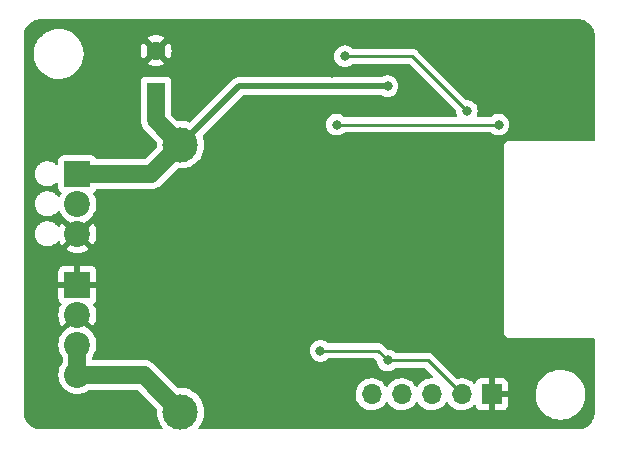
<source format=gbl>
%TF.GenerationSoftware,KiCad,Pcbnew,(6.0.1)*%
%TF.CreationDate,2022-11-28T18:30:33+03:00*%
%TF.ProjectId,WS2812Controller,57533238-3132-4436-9f6e-74726f6c6c65,0.6*%
%TF.SameCoordinates,PX81390e0PY53ec600*%
%TF.FileFunction,Copper,L2,Bot*%
%TF.FilePolarity,Positive*%
%FSLAX46Y46*%
G04 Gerber Fmt 4.6, Leading zero omitted, Abs format (unit mm)*
G04 Created by KiCad (PCBNEW (6.0.1)) date 2022-11-28 18:30:33*
%MOMM*%
%LPD*%
G01*
G04 APERTURE LIST*
%TA.AperFunction,ComponentPad*%
%ADD10R,2.200000X2.200000*%
%TD*%
%TA.AperFunction,ComponentPad*%
%ADD11C,2.200000*%
%TD*%
%TA.AperFunction,ComponentPad*%
%ADD12R,1.700000X1.700000*%
%TD*%
%TA.AperFunction,ComponentPad*%
%ADD13O,1.700000X1.700000*%
%TD*%
%TA.AperFunction,ComponentPad*%
%ADD14C,3.000000*%
%TD*%
%TA.AperFunction,ComponentPad*%
%ADD15R,1.600000X1.600000*%
%TD*%
%TA.AperFunction,ComponentPad*%
%ADD16C,1.600000*%
%TD*%
%TA.AperFunction,ViaPad*%
%ADD17C,0.800000*%
%TD*%
%TA.AperFunction,ViaPad*%
%ADD18C,0.550000*%
%TD*%
%TA.AperFunction,Conductor*%
%ADD19C,1.500000*%
%TD*%
%TA.AperFunction,Conductor*%
%ADD20C,0.500000*%
%TD*%
%TA.AperFunction,Conductor*%
%ADD21C,0.250000*%
%TD*%
G04 APERTURE END LIST*
D10*
%TO.P,J3,1,Pin_1*%
%TO.N,+5V*%
X-19676000Y4078400D03*
D11*
%TO.P,J3,2,Pin_2*%
%TO.N,Net-(J3-Pad2)*%
X-19676000Y1538400D03*
%TO.P,J3,3,Pin_3*%
%TO.N,GND*%
X-19676000Y-1001600D03*
%TD*%
D10*
%TO.P,J1,1,Pin_1*%
%TO.N,GND*%
X-19676000Y-5319600D03*
D11*
%TO.P,J1,2,Pin_2*%
X-19676000Y-7859600D03*
%TO.P,J1,3,Pin_3*%
%TO.N,/SUPPLY*%
X-19676000Y-10399600D03*
%TO.P,J1,4,Pin_4*%
X-19676000Y-12939600D03*
%TD*%
D12*
%TO.P,J2,1,Pin_1*%
%TO.N,GND*%
X15396320Y-14586460D03*
D13*
%TO.P,J2,2,Pin_2*%
%TO.N,GPIO0*%
X12856320Y-14586460D03*
%TO.P,J2,3,Pin_3*%
%TO.N,TX*%
X10316320Y-14586460D03*
%TO.P,J2,4,Pin_4*%
%TO.N,RX*%
X7776320Y-14586460D03*
%TO.P,J2,5,Pin_5*%
%TO.N,+3V3*%
X5236320Y-14586460D03*
%TD*%
D14*
%TO.P,F1,1*%
%TO.N,+5V*%
X-10950000Y6542000D03*
%TO.P,F1,2*%
%TO.N,/SUPPLY*%
X-10950000Y-16058000D03*
%TD*%
D15*
%TO.P,C3,1*%
%TO.N,+5V*%
X-13020000Y10997349D03*
D16*
%TO.P,C3,2*%
%TO.N,GND*%
X-13020000Y14497349D03*
%TD*%
D17*
%TO.N,+5V*%
X6587600Y11495200D03*
D18*
%TO.N,GND*%
X14550000Y10960000D03*
D17*
X1914000Y12612800D03*
D18*
X13860000Y-5350000D03*
X13720000Y2330000D03*
X22660000Y8670000D03*
X11390000Y-11210000D03*
X22980000Y15550000D03*
X6080000Y3270000D03*
D17*
X6435200Y9412400D03*
D18*
X9310000Y-990000D03*
D17*
%TO.N,GPIO0*%
X6587600Y-11720400D03*
X898000Y-10906380D03*
X6587600Y-11720400D03*
%TO.N,/RST*%
X15985600Y8244000D03*
X2269600Y8244000D03*
%TO.N,GPIO4*%
X2980800Y14035200D03*
X13293200Y9412400D03*
%TD*%
D19*
%TO.N,+5V*%
X-19676000Y4078400D02*
X-13413600Y4078400D01*
D20*
X-5996800Y11495200D02*
X-10950000Y6542000D01*
D19*
X-13020000Y8612000D02*
X-10950000Y6542000D01*
X-13413600Y4078400D02*
X-10950000Y6542000D01*
X-13020000Y10997349D02*
X-13020000Y8612000D01*
D20*
X6587600Y11495200D02*
X-5996800Y11495200D01*
D21*
%TO.N,GPIO0*%
X898000Y-10906380D02*
X5773580Y-10906380D01*
X5773580Y-10906380D02*
X6587600Y-11720400D01*
X6587600Y-11720400D02*
X9990260Y-11720400D01*
X9990260Y-11720400D02*
X12856320Y-14586460D01*
%TO.N,/RST*%
X2269600Y8244000D02*
X15985600Y8244000D01*
%TO.N,GPIO4*%
X8670400Y14035200D02*
X2980800Y14035200D01*
X13293200Y9412400D02*
X8670400Y14035200D01*
D19*
%TO.N,/SUPPLY*%
X-19676000Y-10399600D02*
X-19676000Y-12939600D01*
X-14068400Y-12939600D02*
X-10950000Y-16058000D01*
X-19676000Y-12939600D02*
X-14068400Y-12939600D01*
%TD*%
%TA.AperFunction,Conductor*%
%TO.N,GND*%
G36*
X22630056Y17193460D02*
G01*
X22632284Y17193113D01*
X22644859Y17191155D01*
X22644861Y17191155D01*
X22653730Y17189774D01*
X22662632Y17190938D01*
X22662634Y17190938D01*
X22668959Y17191765D01*
X22694282Y17192508D01*
X22858126Y17180790D01*
X22863343Y17180417D01*
X22881137Y17177859D01*
X23071540Y17136439D01*
X23088788Y17131374D01*
X23271358Y17063278D01*
X23287710Y17055811D01*
X23353020Y17020150D01*
X23458734Y16962426D01*
X23473848Y16952712D01*
X23583516Y16870616D01*
X23629842Y16835937D01*
X23643428Y16824164D01*
X23781204Y16686388D01*
X23792977Y16672802D01*
X23909752Y16516808D01*
X23919469Y16501689D01*
X24012851Y16330670D01*
X24020318Y16314318D01*
X24088414Y16131748D01*
X24093480Y16114498D01*
X24134899Y15924097D01*
X24137457Y15906302D01*
X24149041Y15744331D01*
X24148297Y15726427D01*
X24148195Y15718102D01*
X24146814Y15709230D01*
X24147978Y15700328D01*
X24147978Y15700325D01*
X24150936Y15677709D01*
X24152000Y15661371D01*
X24152000Y7005480D01*
X24131998Y6937359D01*
X24078342Y6890866D01*
X24026000Y6879480D01*
X16956962Y6879480D01*
X16956192Y6879482D01*
X16955338Y6879487D01*
X16878608Y6879956D01*
X16869979Y6877490D01*
X16869974Y6877489D01*
X16850212Y6871841D01*
X16833451Y6868263D01*
X16813108Y6865350D01*
X16813098Y6865347D01*
X16804215Y6864075D01*
X16780865Y6853459D01*
X16763353Y6847016D01*
X16750460Y6843331D01*
X16738695Y6839968D01*
X16713712Y6824206D01*
X16698646Y6816076D01*
X16671750Y6803847D01*
X16652321Y6787106D01*
X16637313Y6776001D01*
X16615629Y6762320D01*
X16609687Y6755592D01*
X16596079Y6740184D01*
X16583887Y6728140D01*
X16561513Y6708861D01*
X16556634Y6701333D01*
X16556631Y6701330D01*
X16547564Y6687341D01*
X16536274Y6672467D01*
X16519304Y6653252D01*
X16506750Y6626514D01*
X16498436Y6611545D01*
X16482367Y6586753D01*
X16479795Y6578153D01*
X16475021Y6562190D01*
X16468359Y6544744D01*
X16457461Y6521532D01*
X16456080Y6512659D01*
X16452918Y6492352D01*
X16449134Y6475631D01*
X16443246Y6455944D01*
X16443245Y6455941D01*
X16440673Y6447339D01*
X16440618Y6438364D01*
X16440618Y6438363D01*
X16440463Y6412934D01*
X16440430Y6412152D01*
X16440260Y6411057D01*
X16440260Y6380182D01*
X16440258Y6379412D01*
X16439784Y6301828D01*
X16440168Y6300484D01*
X16440260Y6299139D01*
X16440260Y-9304416D01*
X16440258Y-9305201D01*
X16439775Y-9382604D01*
X16442241Y-9391236D01*
X16442241Y-9391237D01*
X16447897Y-9411035D01*
X16451472Y-9427783D01*
X16455665Y-9457065D01*
X16459380Y-9465235D01*
X16466261Y-9480369D01*
X16472714Y-9497912D01*
X16479744Y-9522522D01*
X16484532Y-9530113D01*
X16495522Y-9547537D01*
X16503649Y-9562602D01*
X16515893Y-9589530D01*
X16521752Y-9596330D01*
X16521753Y-9596331D01*
X16532601Y-9608920D01*
X16543715Y-9623941D01*
X16557375Y-9645599D01*
X16579549Y-9665188D01*
X16591573Y-9677362D01*
X16610879Y-9699767D01*
X16632366Y-9713694D01*
X16647239Y-9724985D01*
X16666430Y-9741938D01*
X16693206Y-9754513D01*
X16708168Y-9762826D01*
X16732987Y-9778913D01*
X16741589Y-9781486D01*
X16741592Y-9781487D01*
X16757509Y-9786247D01*
X16774963Y-9792913D01*
X16798142Y-9803799D01*
X16807016Y-9805182D01*
X16827369Y-9808354D01*
X16844063Y-9812132D01*
X16872401Y-9820607D01*
X16881378Y-9820662D01*
X16884307Y-9820680D01*
X16906803Y-9820818D01*
X16907544Y-9820848D01*
X16908615Y-9821015D01*
X16935813Y-9821018D01*
X16939433Y-9821019D01*
X16940187Y-9821021D01*
X16949282Y-9821077D01*
X17017912Y-9821496D01*
X17019229Y-9821120D01*
X17020544Y-9821030D01*
X24026017Y-9821970D01*
X24094135Y-9841981D01*
X24140621Y-9895643D01*
X24152000Y-9947970D01*
X24152000Y-16020952D01*
X24150500Y-16040336D01*
X24146814Y-16064010D01*
X24147978Y-16072912D01*
X24147978Y-16072914D01*
X24148805Y-16079239D01*
X24149548Y-16104567D01*
X24137457Y-16273623D01*
X24134899Y-16291417D01*
X24093480Y-16481818D01*
X24088414Y-16499068D01*
X24020318Y-16681638D01*
X24012851Y-16697990D01*
X23919469Y-16869009D01*
X23909752Y-16884128D01*
X23900825Y-16896054D01*
X23792977Y-17040122D01*
X23781204Y-17053708D01*
X23643428Y-17191484D01*
X23629841Y-17203257D01*
X23473848Y-17320032D01*
X23458734Y-17329746D01*
X23408032Y-17357431D01*
X23287710Y-17423131D01*
X23271358Y-17430598D01*
X23088788Y-17498694D01*
X23071540Y-17503759D01*
X23038058Y-17511043D01*
X22881137Y-17545179D01*
X22863342Y-17547737D01*
X22814443Y-17551234D01*
X22701369Y-17559321D01*
X22683467Y-17558577D01*
X22675142Y-17558475D01*
X22666270Y-17557094D01*
X22657368Y-17558258D01*
X22657365Y-17558258D01*
X22634749Y-17561216D01*
X22618411Y-17562280D01*
X-9314380Y-17562280D01*
X-9382501Y-17542278D01*
X-9428994Y-17488622D01*
X-9439098Y-17418348D01*
X-9411880Y-17357762D01*
X-9412331Y-17357431D01*
X-9410786Y-17355328D01*
X-9410786Y-17355327D01*
X-9250205Y-17136723D01*
X-9222846Y-17086334D01*
X-9121582Y-16899830D01*
X-9121581Y-16899828D01*
X-9119532Y-16896054D01*
X-9054634Y-16724307D01*
X-9024249Y-16643895D01*
X-9024248Y-16643891D01*
X-9022731Y-16639877D01*
X-8986531Y-16481818D01*
X-8962551Y-16377117D01*
X-8962550Y-16377113D01*
X-8961593Y-16372933D01*
X-8949860Y-16241473D01*
X-8937469Y-16102627D01*
X-8937469Y-16102625D01*
X-8937249Y-16100161D01*
X-8936807Y-16058000D01*
X-8938246Y-16036892D01*
X-8955141Y-15789055D01*
X-8955142Y-15789049D01*
X-8955433Y-15784778D01*
X-8972349Y-15703092D01*
X-9001069Y-15564414D01*
X-9010968Y-15516612D01*
X-9102383Y-15258465D01*
X-9227987Y-15015112D01*
X-9385455Y-14791057D01*
X-9571875Y-14590445D01*
X-9575190Y-14587731D01*
X-9575194Y-14587728D01*
X-9729762Y-14461216D01*
X-9783795Y-14416990D01*
X-10017296Y-14273901D01*
X-10083298Y-14244928D01*
X-10264127Y-14165549D01*
X-10264131Y-14165548D01*
X-10268055Y-14163825D01*
X-10531434Y-14088800D01*
X-10535676Y-14088196D01*
X-10535682Y-14088195D01*
X-10736166Y-14059662D01*
X-10802557Y-14050213D01*
X-10946411Y-14049460D01*
X-11072123Y-14048802D01*
X-11072129Y-14048802D01*
X-11076409Y-14048780D01*
X-11080653Y-14049339D01*
X-11080657Y-14049339D01*
X-11105843Y-14052655D01*
X-11175992Y-14041716D01*
X-11211384Y-14016828D01*
X-13113875Y-12114337D01*
X-13124743Y-12101946D01*
X-13132408Y-12091956D01*
X-13138277Y-12084308D01*
X-13198574Y-12029442D01*
X-13202869Y-12025343D01*
X-13218810Y-12009402D01*
X-13220960Y-12007604D01*
X-13238823Y-11992668D01*
X-13242798Y-11989200D01*
X-13300288Y-11936888D01*
X-13300297Y-11936881D01*
X-13304436Y-11933115D01*
X-13319627Y-11923586D01*
X-13333493Y-11913511D01*
X-13342949Y-11905604D01*
X-13342959Y-11905597D01*
X-13347254Y-11902006D01*
X-13419648Y-11860713D01*
X-13424168Y-11858008D01*
X-13489996Y-11816714D01*
X-13489999Y-11816712D01*
X-13494744Y-11813736D01*
X-13499949Y-11811643D01*
X-13499952Y-11811642D01*
X-13511379Y-11807048D01*
X-13526811Y-11799588D01*
X-13537519Y-11793480D01*
X-13537528Y-11793476D01*
X-13542393Y-11790701D01*
X-13547670Y-11788832D01*
X-13547675Y-11788830D01*
X-13620942Y-11762885D01*
X-13625878Y-11761020D01*
X-13697984Y-11732034D01*
X-13703183Y-11729944D01*
X-13708670Y-11728808D01*
X-13708672Y-11728807D01*
X-13720749Y-11726306D01*
X-13737244Y-11721701D01*
X-13754159Y-11715711D01*
X-13836410Y-11702241D01*
X-13841580Y-11701283D01*
X-13923167Y-11684387D01*
X-13927779Y-11684121D01*
X-13927780Y-11684121D01*
X-13950948Y-11682785D01*
X-13964053Y-11681338D01*
X-13970310Y-11680314D01*
X-13970314Y-11680314D01*
X-13975857Y-11679406D01*
X-13981470Y-11679494D01*
X-13981472Y-11679494D01*
X-14082664Y-11681084D01*
X-14084643Y-11681100D01*
X-18291500Y-11681100D01*
X-18359621Y-11661098D01*
X-18406114Y-11607442D01*
X-18417500Y-11555100D01*
X-18417500Y-11449289D01*
X-18397498Y-11381168D01*
X-18387312Y-11367459D01*
X-18373882Y-11351734D01*
X-18370672Y-11347976D01*
X-18238384Y-11132102D01*
X-18234061Y-11121667D01*
X-18144887Y-10906380D01*
X-15504Y-10906380D01*
X-14814Y-10912945D01*
X3052Y-11082926D01*
X4458Y-11096308D01*
X63473Y-11277936D01*
X158960Y-11443324D01*
X286747Y-11585246D01*
X317297Y-11607442D01*
X416347Y-11679406D01*
X441248Y-11697498D01*
X447276Y-11700182D01*
X447278Y-11700183D01*
X548180Y-11745107D01*
X615712Y-11775174D01*
X709112Y-11795027D01*
X796056Y-11813508D01*
X796061Y-11813508D01*
X802513Y-11814880D01*
X993487Y-11814880D01*
X999939Y-11813508D01*
X999944Y-11813508D01*
X1086888Y-11795027D01*
X1180288Y-11775174D01*
X1247820Y-11745107D01*
X1348722Y-11700183D01*
X1348724Y-11700182D01*
X1354752Y-11697498D01*
X1379533Y-11679494D01*
X1487671Y-11600926D01*
X1509253Y-11585246D01*
X1513668Y-11580343D01*
X1518580Y-11575920D01*
X1519705Y-11577169D01*
X1573014Y-11544329D01*
X1606200Y-11539880D01*
X5458986Y-11539880D01*
X5527107Y-11559882D01*
X5548081Y-11576785D01*
X5640478Y-11669182D01*
X5674504Y-11731494D01*
X5676693Y-11745107D01*
X5692892Y-11899231D01*
X5694058Y-11910328D01*
X5753073Y-12091956D01*
X5848560Y-12257344D01*
X5976347Y-12399266D01*
X6027507Y-12436436D01*
X6125318Y-12507500D01*
X6130848Y-12511518D01*
X6136876Y-12514202D01*
X6136878Y-12514203D01*
X6299236Y-12586489D01*
X6305312Y-12589194D01*
X6398712Y-12609047D01*
X6485656Y-12627528D01*
X6485661Y-12627528D01*
X6492113Y-12628900D01*
X6683087Y-12628900D01*
X6689539Y-12627528D01*
X6689544Y-12627528D01*
X6776487Y-12609047D01*
X6869888Y-12589194D01*
X6875964Y-12586489D01*
X7038322Y-12514203D01*
X7038324Y-12514202D01*
X7044352Y-12511518D01*
X7049883Y-12507500D01*
X7177271Y-12414946D01*
X7198853Y-12399266D01*
X7203268Y-12394363D01*
X7208180Y-12389940D01*
X7209305Y-12391189D01*
X7262614Y-12358349D01*
X7295800Y-12353900D01*
X9675665Y-12353900D01*
X9743786Y-12373902D01*
X9764761Y-12390805D01*
X10386405Y-13012450D01*
X10420430Y-13074762D01*
X10415365Y-13145578D01*
X10372818Y-13202413D01*
X10306298Y-13227224D01*
X10295777Y-13227536D01*
X10247218Y-13226942D01*
X10226400Y-13226688D01*
X10226398Y-13226688D01*
X10221231Y-13226625D01*
X10000411Y-13260415D01*
X9788076Y-13329817D01*
X9757763Y-13345597D01*
X9669139Y-13391732D01*
X9589927Y-13432967D01*
X9585794Y-13436070D01*
X9585791Y-13436072D01*
X9502770Y-13498406D01*
X9411285Y-13567095D01*
X9256949Y-13728598D01*
X9149521Y-13886081D01*
X9094613Y-13931081D01*
X9024088Y-13939252D01*
X8960341Y-13907998D01*
X8939644Y-13883514D01*
X8859142Y-13759077D01*
X8859140Y-13759074D01*
X8856334Y-13754737D01*
X8705990Y-13589511D01*
X8701939Y-13586312D01*
X8701935Y-13586308D01*
X8534734Y-13454260D01*
X8534730Y-13454258D01*
X8530679Y-13451058D01*
X8515655Y-13442764D01*
X8478456Y-13422229D01*
X8335109Y-13343098D01*
X8330240Y-13341374D01*
X8330236Y-13341372D01*
X8129407Y-13270255D01*
X8129403Y-13270254D01*
X8124532Y-13268529D01*
X8119439Y-13267622D01*
X8119436Y-13267621D01*
X7909693Y-13230260D01*
X7909687Y-13230259D01*
X7904604Y-13229354D01*
X7830772Y-13228452D01*
X7686401Y-13226688D01*
X7686399Y-13226688D01*
X7681231Y-13226625D01*
X7460411Y-13260415D01*
X7248076Y-13329817D01*
X7217763Y-13345597D01*
X7129139Y-13391732D01*
X7049927Y-13432967D01*
X7045794Y-13436070D01*
X7045791Y-13436072D01*
X6962770Y-13498406D01*
X6871285Y-13567095D01*
X6716949Y-13728598D01*
X6609521Y-13886081D01*
X6554613Y-13931081D01*
X6484088Y-13939252D01*
X6420341Y-13907998D01*
X6399644Y-13883514D01*
X6319142Y-13759077D01*
X6319140Y-13759074D01*
X6316334Y-13754737D01*
X6165990Y-13589511D01*
X6161939Y-13586312D01*
X6161935Y-13586308D01*
X5994734Y-13454260D01*
X5994730Y-13454258D01*
X5990679Y-13451058D01*
X5975655Y-13442764D01*
X5938456Y-13422229D01*
X5795109Y-13343098D01*
X5790240Y-13341374D01*
X5790236Y-13341372D01*
X5589407Y-13270255D01*
X5589403Y-13270254D01*
X5584532Y-13268529D01*
X5579439Y-13267622D01*
X5579436Y-13267621D01*
X5369693Y-13230260D01*
X5369687Y-13230259D01*
X5364604Y-13229354D01*
X5290772Y-13228452D01*
X5146401Y-13226688D01*
X5146399Y-13226688D01*
X5141231Y-13226625D01*
X4920411Y-13260415D01*
X4708076Y-13329817D01*
X4677763Y-13345597D01*
X4589139Y-13391732D01*
X4509927Y-13432967D01*
X4505794Y-13436070D01*
X4505791Y-13436072D01*
X4422770Y-13498406D01*
X4331285Y-13567095D01*
X4176949Y-13728598D01*
X4051063Y-13913140D01*
X4004036Y-14014452D01*
X3969525Y-14088800D01*
X3957008Y-14115765D01*
X3897309Y-14331030D01*
X3873571Y-14553155D01*
X3886430Y-14776175D01*
X3887567Y-14781221D01*
X3887568Y-14781227D01*
X3901926Y-14844935D01*
X3935542Y-14994099D01*
X4019586Y-15201076D01*
X4057230Y-15262506D01*
X4133611Y-15387148D01*
X4136307Y-15391548D01*
X4282570Y-15560398D01*
X4454446Y-15703092D01*
X4647320Y-15815798D01*
X4652145Y-15817640D01*
X4652146Y-15817641D01*
X4711191Y-15840188D01*
X4856012Y-15895490D01*
X4861080Y-15896521D01*
X4861083Y-15896522D01*
X4968337Y-15918343D01*
X5074917Y-15940027D01*
X5080092Y-15940217D01*
X5080094Y-15940217D01*
X5292993Y-15948024D01*
X5292997Y-15948024D01*
X5298157Y-15948213D01*
X5303277Y-15947557D01*
X5303279Y-15947557D01*
X5514608Y-15920485D01*
X5514609Y-15920485D01*
X5519736Y-15919828D01*
X5524686Y-15918343D01*
X5728749Y-15857121D01*
X5728754Y-15857119D01*
X5733704Y-15855634D01*
X5934314Y-15757356D01*
X6116180Y-15627633D01*
X6274416Y-15469949D01*
X6333914Y-15387149D01*
X6404773Y-15288537D01*
X6406096Y-15289488D01*
X6452965Y-15246317D01*
X6522900Y-15234085D01*
X6588346Y-15261604D01*
X6616195Y-15293454D01*
X6676307Y-15391548D01*
X6822570Y-15560398D01*
X6994446Y-15703092D01*
X7187320Y-15815798D01*
X7192145Y-15817640D01*
X7192146Y-15817641D01*
X7251191Y-15840188D01*
X7396012Y-15895490D01*
X7401080Y-15896521D01*
X7401083Y-15896522D01*
X7508337Y-15918343D01*
X7614917Y-15940027D01*
X7620092Y-15940217D01*
X7620094Y-15940217D01*
X7832993Y-15948024D01*
X7832997Y-15948024D01*
X7838157Y-15948213D01*
X7843277Y-15947557D01*
X7843279Y-15947557D01*
X8054608Y-15920485D01*
X8054609Y-15920485D01*
X8059736Y-15919828D01*
X8064686Y-15918343D01*
X8268749Y-15857121D01*
X8268754Y-15857119D01*
X8273704Y-15855634D01*
X8474314Y-15757356D01*
X8656180Y-15627633D01*
X8814416Y-15469949D01*
X8873914Y-15387149D01*
X8944773Y-15288537D01*
X8946096Y-15289488D01*
X8992965Y-15246317D01*
X9062900Y-15234085D01*
X9128346Y-15261604D01*
X9156195Y-15293454D01*
X9216307Y-15391548D01*
X9362570Y-15560398D01*
X9534446Y-15703092D01*
X9727320Y-15815798D01*
X9732145Y-15817640D01*
X9732146Y-15817641D01*
X9791191Y-15840188D01*
X9936012Y-15895490D01*
X9941080Y-15896521D01*
X9941083Y-15896522D01*
X10048337Y-15918343D01*
X10154917Y-15940027D01*
X10160092Y-15940217D01*
X10160094Y-15940217D01*
X10372993Y-15948024D01*
X10372997Y-15948024D01*
X10378157Y-15948213D01*
X10383277Y-15947557D01*
X10383279Y-15947557D01*
X10594608Y-15920485D01*
X10594609Y-15920485D01*
X10599736Y-15919828D01*
X10604686Y-15918343D01*
X10808749Y-15857121D01*
X10808754Y-15857119D01*
X10813704Y-15855634D01*
X11014314Y-15757356D01*
X11196180Y-15627633D01*
X11354416Y-15469949D01*
X11413914Y-15387149D01*
X11484773Y-15288537D01*
X11486096Y-15289488D01*
X11532965Y-15246317D01*
X11602900Y-15234085D01*
X11668346Y-15261604D01*
X11696195Y-15293454D01*
X11756307Y-15391548D01*
X11902570Y-15560398D01*
X12074446Y-15703092D01*
X12267320Y-15815798D01*
X12272145Y-15817640D01*
X12272146Y-15817641D01*
X12331191Y-15840188D01*
X12476012Y-15895490D01*
X12481080Y-15896521D01*
X12481083Y-15896522D01*
X12588337Y-15918343D01*
X12694917Y-15940027D01*
X12700092Y-15940217D01*
X12700094Y-15940217D01*
X12912993Y-15948024D01*
X12912997Y-15948024D01*
X12918157Y-15948213D01*
X12923277Y-15947557D01*
X12923279Y-15947557D01*
X13134608Y-15920485D01*
X13134609Y-15920485D01*
X13139736Y-15919828D01*
X13144686Y-15918343D01*
X13348749Y-15857121D01*
X13348754Y-15857119D01*
X13353704Y-15855634D01*
X13554314Y-15757356D01*
X13736180Y-15627633D01*
X13792486Y-15571524D01*
X13844799Y-15519393D01*
X13907171Y-15485477D01*
X13977978Y-15490665D01*
X14034739Y-15533311D01*
X14051721Y-15564414D01*
X14092996Y-15674514D01*
X14101534Y-15690109D01*
X14178035Y-15792184D01*
X14190596Y-15804745D01*
X14292671Y-15881246D01*
X14308266Y-15889784D01*
X14428714Y-15934938D01*
X14443969Y-15938565D01*
X14494834Y-15944091D01*
X14501648Y-15944460D01*
X15124205Y-15944460D01*
X15139444Y-15939985D01*
X15140649Y-15938595D01*
X15142320Y-15930912D01*
X15142320Y-15926344D01*
X15650320Y-15926344D01*
X15654795Y-15941583D01*
X15656185Y-15942788D01*
X15663868Y-15944459D01*
X16290989Y-15944459D01*
X16297810Y-15944089D01*
X16348672Y-15938565D01*
X16363924Y-15934939D01*
X16484374Y-15889784D01*
X16499969Y-15881246D01*
X16602044Y-15804745D01*
X16614605Y-15792184D01*
X16691106Y-15690109D01*
X16699644Y-15674514D01*
X16744798Y-15554066D01*
X16748425Y-15538811D01*
X16753951Y-15487946D01*
X16754320Y-15481132D01*
X16754320Y-14858575D01*
X16749845Y-14843336D01*
X16748455Y-14842131D01*
X16740772Y-14840460D01*
X15668435Y-14840460D01*
X15653196Y-14844935D01*
X15651991Y-14846325D01*
X15650320Y-14854008D01*
X15650320Y-15926344D01*
X15142320Y-15926344D01*
X15142320Y-14748703D01*
X19108743Y-14748703D01*
X19146268Y-15033734D01*
X19222129Y-15311036D01*
X19223813Y-15314984D01*
X19330205Y-15564414D01*
X19334923Y-15575476D01*
X19367933Y-15630631D01*
X19479856Y-15817641D01*
X19482561Y-15822161D01*
X19662313Y-16046528D01*
X19870851Y-16244423D01*
X20104317Y-16412186D01*
X20108112Y-16414195D01*
X20108113Y-16414196D01*
X20129869Y-16425715D01*
X20358392Y-16546712D01*
X20628373Y-16645511D01*
X20909264Y-16706755D01*
X20937841Y-16709004D01*
X21132282Y-16724307D01*
X21132291Y-16724307D01*
X21134739Y-16724500D01*
X21290271Y-16724500D01*
X21292407Y-16724354D01*
X21292418Y-16724354D01*
X21500548Y-16710165D01*
X21500554Y-16710164D01*
X21504825Y-16709873D01*
X21509020Y-16709004D01*
X21509022Y-16709004D01*
X21689731Y-16671581D01*
X21786342Y-16651574D01*
X22057343Y-16555607D01*
X22312812Y-16423750D01*
X22316313Y-16421289D01*
X22316317Y-16421287D01*
X22468212Y-16314533D01*
X22548023Y-16258441D01*
X22715699Y-16102627D01*
X22755479Y-16065661D01*
X22755481Y-16065658D01*
X22758622Y-16062740D01*
X22940713Y-15840268D01*
X23090927Y-15595142D01*
X23124179Y-15519393D01*
X23204757Y-15335830D01*
X23206483Y-15331898D01*
X23285244Y-15055406D01*
X23325751Y-14770784D01*
X23325845Y-14752951D01*
X23327235Y-14487583D01*
X23327235Y-14487576D01*
X23327257Y-14483297D01*
X23289732Y-14198266D01*
X23213871Y-13920964D01*
X23142969Y-13754737D01*
X23102763Y-13660476D01*
X23102761Y-13660472D01*
X23101077Y-13656524D01*
X22997112Y-13482811D01*
X22955643Y-13413521D01*
X22955640Y-13413517D01*
X22953439Y-13409839D01*
X22773687Y-13185472D01*
X22565149Y-12987577D01*
X22331683Y-12819814D01*
X22309843Y-12808250D01*
X22286654Y-12795972D01*
X22077608Y-12685288D01*
X21807627Y-12586489D01*
X21526736Y-12525245D01*
X21495685Y-12522801D01*
X21303718Y-12507693D01*
X21303709Y-12507693D01*
X21301261Y-12507500D01*
X21145729Y-12507500D01*
X21143593Y-12507646D01*
X21143582Y-12507646D01*
X20935452Y-12521835D01*
X20935446Y-12521836D01*
X20931175Y-12522127D01*
X20926980Y-12522996D01*
X20926978Y-12522996D01*
X20790417Y-12551276D01*
X20649658Y-12580426D01*
X20378657Y-12676393D01*
X20123188Y-12808250D01*
X20119687Y-12810711D01*
X20119683Y-12810713D01*
X20109594Y-12817804D01*
X19887977Y-12973559D01*
X19677378Y-13169260D01*
X19495287Y-13391732D01*
X19345073Y-13636858D01*
X19343347Y-13640791D01*
X19343346Y-13640792D01*
X19323953Y-13684970D01*
X19229517Y-13900102D01*
X19228342Y-13904229D01*
X19228341Y-13904230D01*
X19196267Y-14016828D01*
X19150756Y-14176594D01*
X19110249Y-14461216D01*
X19110227Y-14465505D01*
X19110226Y-14465512D01*
X19109244Y-14653050D01*
X19108743Y-14748703D01*
X15142320Y-14748703D01*
X15142320Y-14314345D01*
X15650320Y-14314345D01*
X15654795Y-14329584D01*
X15656185Y-14330789D01*
X15663868Y-14332460D01*
X16736204Y-14332460D01*
X16751443Y-14327985D01*
X16752648Y-14326595D01*
X16754319Y-14318912D01*
X16754319Y-13691791D01*
X16753949Y-13684970D01*
X16748425Y-13634108D01*
X16744799Y-13618856D01*
X16699644Y-13498406D01*
X16691106Y-13482811D01*
X16614605Y-13380736D01*
X16602044Y-13368175D01*
X16499969Y-13291674D01*
X16484374Y-13283136D01*
X16363926Y-13237982D01*
X16348671Y-13234355D01*
X16297806Y-13228829D01*
X16290992Y-13228460D01*
X15668435Y-13228460D01*
X15653196Y-13232935D01*
X15651991Y-13234325D01*
X15650320Y-13242008D01*
X15650320Y-14314345D01*
X15142320Y-14314345D01*
X15142320Y-13246576D01*
X15137845Y-13231337D01*
X15136455Y-13230132D01*
X15128772Y-13228461D01*
X14501651Y-13228461D01*
X14494830Y-13228831D01*
X14443968Y-13234355D01*
X14428716Y-13237981D01*
X14308266Y-13283136D01*
X14292671Y-13291674D01*
X14190596Y-13368175D01*
X14178035Y-13380736D01*
X14101534Y-13482811D01*
X14092996Y-13498406D01*
X14051617Y-13608782D01*
X14008975Y-13665547D01*
X13942413Y-13690246D01*
X13873064Y-13675038D01*
X13840441Y-13649351D01*
X13789471Y-13593336D01*
X13789465Y-13593330D01*
X13785990Y-13589511D01*
X13781939Y-13586312D01*
X13781935Y-13586308D01*
X13614734Y-13454260D01*
X13614730Y-13454258D01*
X13610679Y-13451058D01*
X13595655Y-13442764D01*
X13558456Y-13422229D01*
X13415109Y-13343098D01*
X13410240Y-13341374D01*
X13410236Y-13341372D01*
X13209407Y-13270255D01*
X13209403Y-13270254D01*
X13204532Y-13268529D01*
X13199439Y-13267622D01*
X13199436Y-13267621D01*
X12989693Y-13230260D01*
X12989687Y-13230259D01*
X12984604Y-13229354D01*
X12910772Y-13228452D01*
X12766401Y-13226688D01*
X12766399Y-13226688D01*
X12761231Y-13226625D01*
X12540411Y-13260415D01*
X12527852Y-13264520D01*
X12456888Y-13266670D01*
X12399614Y-13233849D01*
X10493912Y-11328147D01*
X10486372Y-11319861D01*
X10482260Y-11313382D01*
X10432608Y-11266756D01*
X10429767Y-11264002D01*
X10410030Y-11244265D01*
X10406833Y-11241785D01*
X10397811Y-11234080D01*
X10371360Y-11209241D01*
X10365581Y-11203814D01*
X10358635Y-11199995D01*
X10358632Y-11199993D01*
X10347826Y-11194052D01*
X10331307Y-11183201D01*
X10330843Y-11182841D01*
X10315301Y-11170786D01*
X10308032Y-11167641D01*
X10308028Y-11167638D01*
X10274723Y-11153226D01*
X10264073Y-11148009D01*
X10225320Y-11126705D01*
X10205697Y-11121667D01*
X10186994Y-11115263D01*
X10175680Y-11110367D01*
X10175679Y-11110367D01*
X10168405Y-11107219D01*
X10160582Y-11105980D01*
X10160572Y-11105977D01*
X10124736Y-11100301D01*
X10113116Y-11097895D01*
X10077971Y-11088872D01*
X10077970Y-11088872D01*
X10070290Y-11086900D01*
X10050036Y-11086900D01*
X10030325Y-11085349D01*
X10018146Y-11083420D01*
X10010317Y-11082180D01*
X10002425Y-11082926D01*
X9966299Y-11086341D01*
X9954441Y-11086900D01*
X7295800Y-11086900D01*
X7227679Y-11066898D01*
X7208453Y-11050557D01*
X7208180Y-11050860D01*
X7203268Y-11046437D01*
X7198853Y-11041534D01*
X7044352Y-10929282D01*
X7038324Y-10926598D01*
X7038322Y-10926597D01*
X6875919Y-10854291D01*
X6875918Y-10854291D01*
X6869888Y-10851606D01*
X6776487Y-10831753D01*
X6689544Y-10813272D01*
X6689539Y-10813272D01*
X6683087Y-10811900D01*
X6627195Y-10811900D01*
X6559074Y-10791898D01*
X6538100Y-10774995D01*
X6277232Y-10514127D01*
X6269692Y-10505841D01*
X6265580Y-10499362D01*
X6215928Y-10452736D01*
X6213087Y-10449982D01*
X6193350Y-10430245D01*
X6190153Y-10427765D01*
X6181131Y-10420060D01*
X6154680Y-10395221D01*
X6148901Y-10389794D01*
X6141955Y-10385975D01*
X6141952Y-10385973D01*
X6131146Y-10380032D01*
X6114627Y-10369181D01*
X6108628Y-10364528D01*
X6098621Y-10356766D01*
X6091352Y-10353621D01*
X6091348Y-10353618D01*
X6058043Y-10339206D01*
X6047393Y-10333989D01*
X6008640Y-10312685D01*
X5989017Y-10307647D01*
X5970314Y-10301243D01*
X5959000Y-10296347D01*
X5958999Y-10296347D01*
X5951725Y-10293199D01*
X5943902Y-10291960D01*
X5943892Y-10291957D01*
X5908056Y-10286281D01*
X5896436Y-10283875D01*
X5861291Y-10274852D01*
X5861290Y-10274852D01*
X5853610Y-10272880D01*
X5833356Y-10272880D01*
X5813645Y-10271329D01*
X5801466Y-10269400D01*
X5793637Y-10268160D01*
X5785745Y-10268906D01*
X5749619Y-10272321D01*
X5737761Y-10272880D01*
X1606200Y-10272880D01*
X1538079Y-10252878D01*
X1518853Y-10236537D01*
X1518580Y-10236840D01*
X1513668Y-10232417D01*
X1509253Y-10227514D01*
X1354752Y-10115262D01*
X1348724Y-10112578D01*
X1348722Y-10112577D01*
X1186319Y-10040271D01*
X1186318Y-10040271D01*
X1180288Y-10037586D01*
X1086887Y-10017733D01*
X999944Y-9999252D01*
X999939Y-9999252D01*
X993487Y-9997880D01*
X802513Y-9997880D01*
X796061Y-9999252D01*
X796056Y-9999252D01*
X709112Y-10017733D01*
X615712Y-10037586D01*
X609682Y-10040271D01*
X609681Y-10040271D01*
X447278Y-10112577D01*
X447276Y-10112578D01*
X441248Y-10115262D01*
X286747Y-10227514D01*
X282326Y-10232424D01*
X282325Y-10232425D01*
X173203Y-10353618D01*
X158960Y-10369436D01*
X63473Y-10534824D01*
X4458Y-10716452D01*
X-15504Y-10906380D01*
X-18144887Y-10906380D01*
X-18143389Y-10902764D01*
X-18143388Y-10902762D01*
X-18141495Y-10898191D01*
X-18120779Y-10811900D01*
X-18083546Y-10656816D01*
X-18083545Y-10656810D01*
X-18082391Y-10652003D01*
X-18062526Y-10399600D01*
X-18082391Y-10147197D01*
X-18090057Y-10115262D01*
X-18140340Y-9905821D01*
X-18141495Y-9901009D01*
X-18143389Y-9896436D01*
X-18236489Y-9671672D01*
X-18236491Y-9671668D01*
X-18238384Y-9667098D01*
X-18370672Y-9451224D01*
X-18535102Y-9258702D01*
X-18727624Y-9094272D01*
X-18903224Y-8986664D01*
X-18926484Y-8968326D01*
X-19663188Y-8231622D01*
X-19677132Y-8224008D01*
X-19678965Y-8224139D01*
X-19685580Y-8228390D01*
X-20425516Y-8968326D01*
X-20448776Y-8986664D01*
X-20624376Y-9094272D01*
X-20816898Y-9258702D01*
X-20981328Y-9451224D01*
X-21113616Y-9667098D01*
X-21115509Y-9671668D01*
X-21115511Y-9671672D01*
X-21208611Y-9896436D01*
X-21210505Y-9901009D01*
X-21211660Y-9905821D01*
X-21261942Y-10115262D01*
X-21269609Y-10147197D01*
X-21289474Y-10399600D01*
X-21269609Y-10652003D01*
X-21268455Y-10656810D01*
X-21268454Y-10656816D01*
X-21231221Y-10811900D01*
X-21210505Y-10898191D01*
X-21208612Y-10902762D01*
X-21208611Y-10902764D01*
X-21117938Y-11121667D01*
X-21113616Y-11132102D01*
X-20981328Y-11347976D01*
X-20978118Y-11351734D01*
X-20964688Y-11367459D01*
X-20935658Y-11432249D01*
X-20934500Y-11449289D01*
X-20934500Y-11889911D01*
X-20954502Y-11958032D01*
X-20964688Y-11971741D01*
X-20981328Y-11991224D01*
X-21113616Y-12207098D01*
X-21115509Y-12211668D01*
X-21115511Y-12211672D01*
X-21193215Y-12399266D01*
X-21210505Y-12441009D01*
X-21211660Y-12445821D01*
X-21267487Y-12678359D01*
X-21269609Y-12687197D01*
X-21289474Y-12939600D01*
X-21269609Y-13192003D01*
X-21268455Y-13196810D01*
X-21268454Y-13196816D01*
X-21236909Y-13328210D01*
X-21210505Y-13438191D01*
X-21208612Y-13442762D01*
X-21208611Y-13442764D01*
X-21116331Y-13665547D01*
X-21113616Y-13672102D01*
X-20981328Y-13887976D01*
X-20816898Y-14080498D01*
X-20624376Y-14244928D01*
X-20408502Y-14377216D01*
X-20403932Y-14379109D01*
X-20403928Y-14379111D01*
X-20179164Y-14472211D01*
X-20174591Y-14474105D01*
X-20089968Y-14494421D01*
X-19933216Y-14532054D01*
X-19933210Y-14532055D01*
X-19928403Y-14533209D01*
X-19676000Y-14553074D01*
X-19423597Y-14533209D01*
X-19418790Y-14532055D01*
X-19418784Y-14532054D01*
X-19262032Y-14494421D01*
X-19177409Y-14474105D01*
X-19172836Y-14472211D01*
X-18948072Y-14379111D01*
X-18948068Y-14379109D01*
X-18943498Y-14377216D01*
X-18727624Y-14244928D01*
X-18708142Y-14228288D01*
X-18643351Y-14199258D01*
X-18626311Y-14198100D01*
X-14641877Y-14198100D01*
X-14573756Y-14218102D01*
X-14552782Y-14235005D01*
X-12988674Y-15799114D01*
X-12954648Y-15861426D01*
X-12952157Y-15898092D01*
X-12963083Y-16036918D01*
X-12947318Y-16310320D01*
X-12946493Y-16314525D01*
X-12946492Y-16314533D01*
X-12925547Y-16421287D01*
X-12894595Y-16579053D01*
X-12893208Y-16583103D01*
X-12893207Y-16583108D01*
X-12807277Y-16834088D01*
X-12805888Y-16838144D01*
X-12786388Y-16876916D01*
X-12700677Y-17047333D01*
X-12682840Y-17082799D01*
X-12680414Y-17086328D01*
X-12680411Y-17086334D01*
X-12603761Y-17197859D01*
X-12527726Y-17308490D01*
X-12524837Y-17311665D01*
X-12488608Y-17351480D01*
X-12457556Y-17415326D01*
X-12465950Y-17485824D01*
X-12511127Y-17540593D01*
X-12581801Y-17562280D01*
X-22691432Y-17562280D01*
X-22710817Y-17560780D01*
X-22711099Y-17560736D01*
X-22713643Y-17560340D01*
X-22725619Y-17558475D01*
X-22725621Y-17558475D01*
X-22734490Y-17557094D01*
X-22743392Y-17558258D01*
X-22743394Y-17558258D01*
X-22749719Y-17559085D01*
X-22775042Y-17559828D01*
X-22944103Y-17547737D01*
X-22961897Y-17545179D01*
X-23118818Y-17511043D01*
X-23152300Y-17503759D01*
X-23169548Y-17498694D01*
X-23352118Y-17430598D01*
X-23368470Y-17423131D01*
X-23488792Y-17357431D01*
X-23539494Y-17329746D01*
X-23554608Y-17320032D01*
X-23710601Y-17203257D01*
X-23724188Y-17191484D01*
X-23861964Y-17053708D01*
X-23873737Y-17040122D01*
X-23981585Y-16896054D01*
X-23990512Y-16884128D01*
X-24000229Y-16869009D01*
X-24093611Y-16697990D01*
X-24101078Y-16681638D01*
X-24169174Y-16499068D01*
X-24174240Y-16481818D01*
X-24215659Y-16291417D01*
X-24218217Y-16273622D01*
X-24229801Y-16111651D01*
X-24229057Y-16093747D01*
X-24228955Y-16085422D01*
X-24227574Y-16076550D01*
X-24228997Y-16065661D01*
X-24231696Y-16045029D01*
X-24232760Y-16028691D01*
X-24232760Y-7864530D01*
X-21288584Y-7864530D01*
X-21269502Y-8106990D01*
X-21267959Y-8116737D01*
X-21211183Y-8353224D01*
X-21208134Y-8362609D01*
X-21115064Y-8587300D01*
X-21110583Y-8596094D01*
X-20991287Y-8790767D01*
X-20980830Y-8800227D01*
X-20972054Y-8796444D01*
X-19765095Y-7589485D01*
X-19702783Y-7555459D01*
X-19631968Y-7560524D01*
X-19586905Y-7589485D01*
X-18382990Y-8793400D01*
X-18370610Y-8800160D01*
X-18362960Y-8794433D01*
X-18241417Y-8596094D01*
X-18236936Y-8587300D01*
X-18143866Y-8362609D01*
X-18140817Y-8353224D01*
X-18084041Y-8116737D01*
X-18082498Y-8106990D01*
X-18063416Y-7864530D01*
X-18063416Y-7854670D01*
X-18082498Y-7612210D01*
X-18084041Y-7602463D01*
X-18140817Y-7365976D01*
X-18143866Y-7356591D01*
X-18236936Y-7131900D01*
X-18241422Y-7123096D01*
X-18315577Y-7002087D01*
X-18334116Y-6933554D01*
X-18312660Y-6865877D01*
X-18283710Y-6835426D01*
X-18220276Y-6787885D01*
X-18207715Y-6775324D01*
X-18131214Y-6673249D01*
X-18122676Y-6657654D01*
X-18077522Y-6537206D01*
X-18073895Y-6521951D01*
X-18068369Y-6471086D01*
X-18068000Y-6464272D01*
X-18068000Y-5591715D01*
X-18072475Y-5576476D01*
X-18073865Y-5575271D01*
X-18081548Y-5573600D01*
X-21265884Y-5573600D01*
X-21281123Y-5578075D01*
X-21282328Y-5579465D01*
X-21283999Y-5587148D01*
X-21283999Y-6464269D01*
X-21283629Y-6471090D01*
X-21278105Y-6521952D01*
X-21274479Y-6537204D01*
X-21229324Y-6657654D01*
X-21220786Y-6673249D01*
X-21144285Y-6775324D01*
X-21131724Y-6787885D01*
X-21068290Y-6835426D01*
X-21025775Y-6892285D01*
X-21020749Y-6963103D01*
X-21036423Y-7002087D01*
X-21110578Y-7123096D01*
X-21115064Y-7131900D01*
X-21208134Y-7356591D01*
X-21211183Y-7365976D01*
X-21267959Y-7602463D01*
X-21269502Y-7612210D01*
X-21288584Y-7854670D01*
X-21288584Y-7864530D01*
X-24232760Y-7864530D01*
X-24232760Y-5047485D01*
X-21284000Y-5047485D01*
X-21279525Y-5062724D01*
X-21278135Y-5063929D01*
X-21270452Y-5065600D01*
X-19948115Y-5065600D01*
X-19932876Y-5061125D01*
X-19931671Y-5059735D01*
X-19930000Y-5052052D01*
X-19930000Y-5047485D01*
X-19422000Y-5047485D01*
X-19417525Y-5062724D01*
X-19416135Y-5063929D01*
X-19408452Y-5065600D01*
X-18086116Y-5065600D01*
X-18070877Y-5061125D01*
X-18069672Y-5059735D01*
X-18068001Y-5052052D01*
X-18068001Y-4174931D01*
X-18068371Y-4168110D01*
X-18073895Y-4117248D01*
X-18077521Y-4101996D01*
X-18122676Y-3981546D01*
X-18131214Y-3965951D01*
X-18207715Y-3863876D01*
X-18220276Y-3851315D01*
X-18322351Y-3774814D01*
X-18337946Y-3766276D01*
X-18458394Y-3721122D01*
X-18473649Y-3717495D01*
X-18524514Y-3711969D01*
X-18531328Y-3711600D01*
X-19403885Y-3711600D01*
X-19419124Y-3716075D01*
X-19420329Y-3717465D01*
X-19422000Y-3725148D01*
X-19422000Y-5047485D01*
X-19930000Y-5047485D01*
X-19930000Y-3729716D01*
X-19934475Y-3714477D01*
X-19935865Y-3713272D01*
X-19943548Y-3711601D01*
X-20820669Y-3711601D01*
X-20827490Y-3711971D01*
X-20878352Y-3717495D01*
X-20893604Y-3721121D01*
X-21014054Y-3766276D01*
X-21029649Y-3774814D01*
X-21131724Y-3851315D01*
X-21144285Y-3863876D01*
X-21220786Y-3965951D01*
X-21229324Y-3981546D01*
X-21274478Y-4101994D01*
X-21278105Y-4117249D01*
X-21283631Y-4168114D01*
X-21284000Y-4174928D01*
X-21284000Y-5047485D01*
X-24232760Y-5047485D01*
X-24232760Y-2306990D01*
X-20616560Y-2306990D01*
X-20610833Y-2314640D01*
X-20412494Y-2436183D01*
X-20403700Y-2440664D01*
X-20179009Y-2533734D01*
X-20169624Y-2536783D01*
X-19933137Y-2593559D01*
X-19923390Y-2595102D01*
X-19680930Y-2614184D01*
X-19671070Y-2614184D01*
X-19428610Y-2595102D01*
X-19418863Y-2593559D01*
X-19182376Y-2536783D01*
X-19172991Y-2533734D01*
X-18948300Y-2440664D01*
X-18939506Y-2436183D01*
X-18744833Y-2316887D01*
X-18735373Y-2306430D01*
X-18739156Y-2297654D01*
X-19663188Y-1373622D01*
X-19677132Y-1366008D01*
X-19678965Y-1366139D01*
X-19685580Y-1370390D01*
X-20609800Y-2294610D01*
X-20616560Y-2306990D01*
X-24232760Y-2306990D01*
X-24232760Y-994175D01*
X-23279596Y-994175D01*
X-23260782Y-1200903D01*
X-23259044Y-1206809D01*
X-23259043Y-1206813D01*
X-23243761Y-1258737D01*
X-23202173Y-1400040D01*
X-23106001Y-1584000D01*
X-22975929Y-1745777D01*
X-22971212Y-1749735D01*
X-22971210Y-1749737D01*
X-22867319Y-1836912D01*
X-22816911Y-1879209D01*
X-22811519Y-1882173D01*
X-22811515Y-1882176D01*
X-22702404Y-1942160D01*
X-22635005Y-1979213D01*
X-22437139Y-2041979D01*
X-22431022Y-2042665D01*
X-22431018Y-2042666D01*
X-22354402Y-2051259D01*
X-22275587Y-2060100D01*
X-22163763Y-2060100D01*
X-22160707Y-2059800D01*
X-22160700Y-2059800D01*
X-22015534Y-2045566D01*
X-22015531Y-2045565D01*
X-22009408Y-2044965D01*
X-21877454Y-2005126D01*
X-21816593Y-1986752D01*
X-21816590Y-1986751D01*
X-21810685Y-1984968D01*
X-21803365Y-1981076D01*
X-21632847Y-1890409D01*
X-21632845Y-1890408D01*
X-21627401Y-1887513D01*
X-21567529Y-1838683D01*
X-21471311Y-1760210D01*
X-21471308Y-1760207D01*
X-21466536Y-1756315D01*
X-21358276Y-1625452D01*
X-21299443Y-1585714D01*
X-21228465Y-1584093D01*
X-21167877Y-1621102D01*
X-21144783Y-1657550D01*
X-21115064Y-1729300D01*
X-21110583Y-1738094D01*
X-20991287Y-1932767D01*
X-20980830Y-1942227D01*
X-20972054Y-1938444D01*
X-20048022Y-1014412D01*
X-20041644Y-1002732D01*
X-19311592Y-1002732D01*
X-19311461Y-1004565D01*
X-19307210Y-1011180D01*
X-18382990Y-1935400D01*
X-18370610Y-1942160D01*
X-18362960Y-1936433D01*
X-18241417Y-1738094D01*
X-18236936Y-1729300D01*
X-18143866Y-1504609D01*
X-18140817Y-1495224D01*
X-18084041Y-1258737D01*
X-18082498Y-1248990D01*
X-18063416Y-1006530D01*
X-18063416Y-996670D01*
X-18082498Y-754210D01*
X-18084041Y-744463D01*
X-18140817Y-507976D01*
X-18143866Y-498591D01*
X-18236936Y-273900D01*
X-18241417Y-265106D01*
X-18360713Y-70433D01*
X-18371170Y-60973D01*
X-18379946Y-64756D01*
X-19303978Y-988788D01*
X-19311592Y-1002732D01*
X-20041644Y-1002732D01*
X-20040408Y-1000468D01*
X-20040539Y-998635D01*
X-20044790Y-992020D01*
X-20969010Y-67800D01*
X-20981390Y-61040D01*
X-20989040Y-66767D01*
X-21110583Y-265106D01*
X-21115064Y-273900D01*
X-21145135Y-346499D01*
X-21189683Y-401780D01*
X-21257047Y-424201D01*
X-21325838Y-406643D01*
X-21359740Y-377233D01*
X-21452206Y-262229D01*
X-21452211Y-262224D01*
X-21456071Y-257423D01*
X-21468629Y-246885D01*
X-21610371Y-127950D01*
X-21615089Y-123991D01*
X-21620481Y-121027D01*
X-21620485Y-121024D01*
X-21791598Y-26954D01*
X-21796995Y-23987D01*
X-21994861Y38779D01*
X-22000978Y39465D01*
X-22000982Y39466D01*
X-22077598Y48059D01*
X-22156413Y56900D01*
X-22268237Y56900D01*
X-22271293Y56600D01*
X-22271300Y56600D01*
X-22416466Y42366D01*
X-22416469Y42365D01*
X-22422592Y41765D01*
X-22554546Y1926D01*
X-22615407Y-16448D01*
X-22615410Y-16449D01*
X-22621315Y-18232D01*
X-22626760Y-21127D01*
X-22626762Y-21128D01*
X-22799153Y-112791D01*
X-22799155Y-112792D01*
X-22804599Y-115687D01*
X-22819635Y-127950D01*
X-22960689Y-242990D01*
X-22960692Y-242993D01*
X-22965464Y-246885D01*
X-22969392Y-251633D01*
X-22969393Y-251634D01*
X-23063272Y-365114D01*
X-23097783Y-406830D01*
X-23100712Y-412247D01*
X-23100714Y-412250D01*
X-23193584Y-584010D01*
X-23193586Y-584015D01*
X-23196514Y-589430D01*
X-23257898Y-787729D01*
X-23279596Y-994175D01*
X-24232760Y-994175D01*
X-24232760Y1545825D01*
X-23279596Y1545825D01*
X-23260782Y1339097D01*
X-23259044Y1333191D01*
X-23259043Y1333187D01*
X-23215527Y1185332D01*
X-23202173Y1139960D01*
X-23106001Y956000D01*
X-22975929Y794223D01*
X-22971212Y790265D01*
X-22971210Y790263D01*
X-22867319Y703088D01*
X-22816911Y660791D01*
X-22811519Y657827D01*
X-22811515Y657824D01*
X-22695852Y594238D01*
X-22635005Y560787D01*
X-22437139Y498021D01*
X-22431022Y497335D01*
X-22431018Y497334D01*
X-22354402Y488741D01*
X-22275587Y479900D01*
X-22163763Y479900D01*
X-22160707Y480200D01*
X-22160700Y480200D01*
X-22015534Y494434D01*
X-22015531Y494435D01*
X-22009408Y495035D01*
X-21877454Y534874D01*
X-21816593Y553248D01*
X-21816590Y553249D01*
X-21810685Y555032D01*
X-21803365Y558924D01*
X-21632847Y649591D01*
X-21632845Y649592D01*
X-21627401Y652487D01*
X-21567529Y701317D01*
X-21471311Y779790D01*
X-21471308Y779793D01*
X-21466536Y783685D01*
X-21451651Y801678D01*
X-21358637Y914111D01*
X-21299803Y953849D01*
X-21228825Y955470D01*
X-21168238Y918461D01*
X-21145144Y882013D01*
X-21113616Y805898D01*
X-20981328Y590024D01*
X-20816898Y397502D01*
X-20624376Y233072D01*
X-20448776Y125464D01*
X-20425516Y107126D01*
X-19688812Y-629578D01*
X-19674868Y-637192D01*
X-19673035Y-637061D01*
X-19666420Y-632810D01*
X-18926484Y107126D01*
X-18903224Y125464D01*
X-18727624Y233072D01*
X-18535102Y397502D01*
X-18370672Y590024D01*
X-18238384Y805898D01*
X-18193560Y914111D01*
X-18143389Y1035236D01*
X-18143388Y1035238D01*
X-18141495Y1039809D01*
X-18082391Y1285997D01*
X-18062526Y1538400D01*
X-18082391Y1790803D01*
X-18141495Y2036991D01*
X-18176210Y2120800D01*
X-18236489Y2266328D01*
X-18236491Y2266332D01*
X-18238384Y2270902D01*
X-18314913Y2395786D01*
X-18333451Y2464320D01*
X-18311995Y2531996D01*
X-18283046Y2562447D01*
X-18261254Y2578779D01*
X-18212739Y2615139D01*
X-18125385Y2731695D01*
X-18122233Y2740104D01*
X-18117923Y2747975D01*
X-18116259Y2747064D01*
X-18080337Y2794890D01*
X-18013776Y2819593D01*
X-18004991Y2819900D01*
X-13504996Y2819900D01*
X-13488549Y2818822D01*
X-13472084Y2816654D01*
X-13472080Y2816654D01*
X-13466514Y2815921D01*
X-13385111Y2819760D01*
X-13379176Y2819900D01*
X-13356601Y2819900D01*
X-13330611Y2822219D01*
X-13325352Y2822578D01*
X-13242112Y2826504D01*
X-13236653Y2827754D01*
X-13236648Y2827755D01*
X-13224630Y2830508D01*
X-13207701Y2833189D01*
X-13189838Y2834783D01*
X-13184422Y2836265D01*
X-13184420Y2836265D01*
X-13109467Y2856770D01*
X-13104349Y2858056D01*
X-13028600Y2875405D01*
X-13028598Y2875406D01*
X-13023130Y2876658D01*
X-13012630Y2881137D01*
X-13006633Y2883694D01*
X-12990458Y2889327D01*
X-12978561Y2892582D01*
X-12978557Y2892583D01*
X-12973149Y2894063D01*
X-12940408Y2909680D01*
X-12897933Y2929939D01*
X-12893124Y2932110D01*
X-12821651Y2962596D01*
X-12821650Y2962596D01*
X-12816491Y2964797D01*
X-12801490Y2974651D01*
X-12786575Y2983054D01*
X-12770382Y2990778D01*
X-12765831Y2994048D01*
X-12765828Y2994050D01*
X-12708792Y3035035D01*
X-12702708Y3039406D01*
X-12698368Y3042389D01*
X-12632590Y3085596D01*
X-12632582Y3085602D01*
X-12628726Y3088135D01*
X-12607938Y3106657D01*
X-12597661Y3114890D01*
X-12587946Y3121871D01*
X-12513538Y3198654D01*
X-12512149Y3200064D01*
X-12026344Y3685869D01*
X-11212945Y4499267D01*
X-11150635Y4533292D01*
X-11118468Y4535390D01*
X-11118460Y4535868D01*
X-10848929Y4531633D01*
X-10848923Y4531633D01*
X-10844638Y4531566D01*
X-10572765Y4564466D01*
X-10307873Y4633959D01*
X-10303913Y4635599D01*
X-10303908Y4635601D01*
X-10181368Y4686359D01*
X-10054864Y4738759D01*
X-9818418Y4876927D01*
X-9602911Y5045906D01*
X-9595991Y5053046D01*
X-9415314Y5239491D01*
X-9412331Y5242569D01*
X-9409798Y5246017D01*
X-9409794Y5246022D01*
X-9252743Y5459822D01*
X-9250205Y5463277D01*
X-9131992Y5680998D01*
X-9121582Y5700170D01*
X-9121581Y5700172D01*
X-9119532Y5703946D01*
X-9022731Y5960123D01*
X-8961593Y6227067D01*
X-8956634Y6282625D01*
X-8937469Y6497373D01*
X-8937469Y6497375D01*
X-8937249Y6499839D01*
X-8936807Y6542000D01*
X-8938535Y6567352D01*
X-8955141Y6810945D01*
X-8955142Y6810951D01*
X-8955433Y6815222D01*
X-8957294Y6824211D01*
X-9010099Y7079191D01*
X-9010968Y7083388D01*
X-9012396Y7087422D01*
X-9012399Y7087431D01*
X-9069412Y7248431D01*
X-9073296Y7319321D01*
X-9039734Y7379585D01*
X-8175319Y8244000D01*
X1356096Y8244000D01*
X1376058Y8054072D01*
X1435073Y7872444D01*
X1438376Y7866722D01*
X1438377Y7866721D01*
X1461237Y7827126D01*
X1530560Y7707056D01*
X1658347Y7565134D01*
X1812848Y7452882D01*
X1818876Y7450198D01*
X1818878Y7450197D01*
X1981281Y7377891D01*
X1987312Y7375206D01*
X2080712Y7355353D01*
X2167656Y7336872D01*
X2167661Y7336872D01*
X2174113Y7335500D01*
X2365087Y7335500D01*
X2371539Y7336872D01*
X2371544Y7336872D01*
X2458488Y7355353D01*
X2551888Y7375206D01*
X2557919Y7377891D01*
X2720322Y7450197D01*
X2720324Y7450198D01*
X2726352Y7452882D01*
X2880853Y7565134D01*
X2885268Y7570037D01*
X2890180Y7574460D01*
X2891305Y7573211D01*
X2944614Y7606051D01*
X2977800Y7610500D01*
X15277400Y7610500D01*
X15345521Y7590498D01*
X15364747Y7574157D01*
X15365020Y7574460D01*
X15369932Y7570037D01*
X15374347Y7565134D01*
X15528848Y7452882D01*
X15534876Y7450198D01*
X15534878Y7450197D01*
X15697281Y7377891D01*
X15703312Y7375206D01*
X15796712Y7355353D01*
X15883656Y7336872D01*
X15883661Y7336872D01*
X15890113Y7335500D01*
X16081087Y7335500D01*
X16087539Y7336872D01*
X16087544Y7336872D01*
X16174488Y7355353D01*
X16267888Y7375206D01*
X16273919Y7377891D01*
X16436322Y7450197D01*
X16436324Y7450198D01*
X16442352Y7452882D01*
X16596853Y7565134D01*
X16724640Y7707056D01*
X16793963Y7827126D01*
X16816823Y7866721D01*
X16816824Y7866722D01*
X16820127Y7872444D01*
X16879142Y8054072D01*
X16899104Y8244000D01*
X16880557Y8420469D01*
X16879832Y8427365D01*
X16879832Y8427367D01*
X16879142Y8433928D01*
X16820127Y8615556D01*
X16724640Y8780944D01*
X16636040Y8879345D01*
X16601275Y8917955D01*
X16601274Y8917956D01*
X16596853Y8922866D01*
X16442352Y9035118D01*
X16436324Y9037802D01*
X16436322Y9037803D01*
X16273919Y9110109D01*
X16273918Y9110109D01*
X16267888Y9112794D01*
X16171472Y9133288D01*
X16087544Y9151128D01*
X16087539Y9151128D01*
X16081087Y9152500D01*
X15890113Y9152500D01*
X15883661Y9151128D01*
X15883656Y9151128D01*
X15799728Y9133288D01*
X15703312Y9112794D01*
X15697282Y9110109D01*
X15697281Y9110109D01*
X15534878Y9037803D01*
X15534876Y9037802D01*
X15528848Y9035118D01*
X15374347Y8922866D01*
X15369932Y8917963D01*
X15365020Y8913540D01*
X15363895Y8914789D01*
X15310586Y8881949D01*
X15277400Y8877500D01*
X14248077Y8877500D01*
X14179956Y8897502D01*
X14133463Y8951158D01*
X14123359Y9021432D01*
X14128242Y9042430D01*
X14186742Y9222472D01*
X14206704Y9412400D01*
X14186742Y9602328D01*
X14127727Y9783956D01*
X14032240Y9949344D01*
X13992874Y9993065D01*
X13908875Y10086355D01*
X13908874Y10086356D01*
X13904453Y10091266D01*
X13749952Y10203518D01*
X13743924Y10206202D01*
X13743922Y10206203D01*
X13581519Y10278509D01*
X13581518Y10278509D01*
X13575488Y10281194D01*
X13482087Y10301047D01*
X13395144Y10319528D01*
X13395139Y10319528D01*
X13388687Y10320900D01*
X13332795Y10320900D01*
X13264674Y10340902D01*
X13243700Y10357805D01*
X9174052Y14427453D01*
X9166512Y14435739D01*
X9162400Y14442218D01*
X9112748Y14488844D01*
X9109907Y14491598D01*
X9090170Y14511335D01*
X9086973Y14513815D01*
X9077951Y14521520D01*
X9051500Y14546359D01*
X9045721Y14551786D01*
X9038775Y14555605D01*
X9038772Y14555607D01*
X9027966Y14561548D01*
X9011447Y14572399D01*
X9005448Y14577052D01*
X8995441Y14584814D01*
X8988172Y14587959D01*
X8988168Y14587962D01*
X8954863Y14602374D01*
X8944213Y14607591D01*
X8905460Y14628895D01*
X8885837Y14633933D01*
X8867134Y14640337D01*
X8855820Y14645233D01*
X8855819Y14645233D01*
X8848545Y14648381D01*
X8840722Y14649620D01*
X8840712Y14649623D01*
X8804876Y14655299D01*
X8793256Y14657705D01*
X8758111Y14666728D01*
X8758110Y14666728D01*
X8750430Y14668700D01*
X8730176Y14668700D01*
X8710465Y14670251D01*
X8698286Y14672180D01*
X8690457Y14673420D01*
X8682565Y14672674D01*
X8646439Y14669259D01*
X8634581Y14668700D01*
X3689000Y14668700D01*
X3620879Y14688702D01*
X3601653Y14705043D01*
X3601380Y14704740D01*
X3596468Y14709163D01*
X3592053Y14714066D01*
X3437552Y14826318D01*
X3431524Y14829002D01*
X3431522Y14829003D01*
X3269119Y14901309D01*
X3269118Y14901309D01*
X3263088Y14903994D01*
X3169688Y14923847D01*
X3082744Y14942328D01*
X3082739Y14942328D01*
X3076287Y14943700D01*
X2885313Y14943700D01*
X2878861Y14942328D01*
X2878856Y14942328D01*
X2791912Y14923847D01*
X2698512Y14903994D01*
X2692482Y14901309D01*
X2692481Y14901309D01*
X2530078Y14829003D01*
X2530076Y14829002D01*
X2524048Y14826318D01*
X2369547Y14714066D01*
X2365126Y14709156D01*
X2365125Y14709155D01*
X2256003Y14587962D01*
X2241760Y14572144D01*
X2146273Y14406756D01*
X2087258Y14225128D01*
X2067296Y14035200D01*
X2087258Y13845272D01*
X2146273Y13663644D01*
X2241760Y13498256D01*
X2246178Y13493349D01*
X2246179Y13493348D01*
X2365125Y13361245D01*
X2369547Y13356334D01*
X2468643Y13284336D01*
X2508194Y13255601D01*
X2524048Y13244082D01*
X2530076Y13241398D01*
X2530078Y13241397D01*
X2614476Y13203821D01*
X2698512Y13166406D01*
X2791913Y13146553D01*
X2878856Y13128072D01*
X2878861Y13128072D01*
X2885313Y13126700D01*
X3076287Y13126700D01*
X3082739Y13128072D01*
X3082744Y13128072D01*
X3169687Y13146553D01*
X3263088Y13166406D01*
X3347124Y13203821D01*
X3431522Y13241397D01*
X3431524Y13241398D01*
X3437552Y13244082D01*
X3453407Y13255601D01*
X3570471Y13340654D01*
X3592053Y13356334D01*
X3596468Y13361237D01*
X3601380Y13365660D01*
X3602505Y13364411D01*
X3655814Y13397251D01*
X3689000Y13401700D01*
X8355806Y13401700D01*
X8423927Y13381698D01*
X8444901Y13364795D01*
X12346078Y9463618D01*
X12380104Y9401306D01*
X12382292Y9387697D01*
X12399658Y9222472D01*
X12458156Y9042435D01*
X12460184Y8971469D01*
X12423521Y8910671D01*
X12359809Y8879345D01*
X12338323Y8877500D01*
X2977800Y8877500D01*
X2909679Y8897502D01*
X2890453Y8913843D01*
X2890180Y8913540D01*
X2885268Y8917963D01*
X2880853Y8922866D01*
X2726352Y9035118D01*
X2720324Y9037802D01*
X2720322Y9037803D01*
X2557919Y9110109D01*
X2557918Y9110109D01*
X2551888Y9112794D01*
X2455472Y9133288D01*
X2371544Y9151128D01*
X2371539Y9151128D01*
X2365087Y9152500D01*
X2174113Y9152500D01*
X2167661Y9151128D01*
X2167656Y9151128D01*
X2083728Y9133288D01*
X1987312Y9112794D01*
X1981282Y9110109D01*
X1981281Y9110109D01*
X1818878Y9037803D01*
X1818876Y9037802D01*
X1812848Y9035118D01*
X1658347Y8922866D01*
X1653926Y8917956D01*
X1653925Y8917955D01*
X1619161Y8879345D01*
X1530560Y8780944D01*
X1435073Y8615556D01*
X1376058Y8433928D01*
X1375368Y8427367D01*
X1375368Y8427365D01*
X1374643Y8420469D01*
X1356096Y8244000D01*
X-8175319Y8244000D01*
X-5719524Y10699795D01*
X-5657212Y10733821D01*
X-5630429Y10736700D01*
X6045013Y10736700D01*
X6119072Y10712637D01*
X6125502Y10707965D01*
X6125509Y10707961D01*
X6130848Y10704082D01*
X6136876Y10701398D01*
X6136878Y10701397D01*
X6299281Y10629091D01*
X6305312Y10626406D01*
X6398713Y10606553D01*
X6485656Y10588072D01*
X6485661Y10588072D01*
X6492113Y10586700D01*
X6683087Y10586700D01*
X6689539Y10588072D01*
X6689544Y10588072D01*
X6776487Y10606553D01*
X6869888Y10626406D01*
X6875919Y10629091D01*
X7038322Y10701397D01*
X7038324Y10701398D01*
X7044352Y10704082D01*
X7049697Y10707965D01*
X7099757Y10744336D01*
X7198853Y10816334D01*
X7326640Y10958256D01*
X7422127Y11123644D01*
X7481142Y11305272D01*
X7501104Y11495200D01*
X7481142Y11685128D01*
X7422127Y11866756D01*
X7326640Y12032144D01*
X7287383Y12075744D01*
X7203275Y12169155D01*
X7203274Y12169156D01*
X7198853Y12174066D01*
X7089247Y12253700D01*
X7049694Y12282437D01*
X7049693Y12282438D01*
X7044352Y12286318D01*
X7038324Y12289002D01*
X7038322Y12289003D01*
X6875919Y12361309D01*
X6875918Y12361309D01*
X6869888Y12363994D01*
X6776487Y12383847D01*
X6689544Y12402328D01*
X6689539Y12402328D01*
X6683087Y12403700D01*
X6492113Y12403700D01*
X6485661Y12402328D01*
X6485656Y12402328D01*
X6398713Y12383847D01*
X6305312Y12363994D01*
X6299282Y12361309D01*
X6299281Y12361309D01*
X6136878Y12289003D01*
X6136876Y12289002D01*
X6130848Y12286318D01*
X6125509Y12282439D01*
X6125502Y12282435D01*
X6119072Y12277763D01*
X6045013Y12253700D01*
X-5929730Y12253700D01*
X-5948680Y12255133D01*
X-5962915Y12257299D01*
X-5962919Y12257299D01*
X-5970149Y12258399D01*
X-5977441Y12257806D01*
X-5977444Y12257806D01*
X-6022818Y12254115D01*
X-6033033Y12253700D01*
X-6041093Y12253700D01*
X-6044727Y12253276D01*
X-6044733Y12253276D01*
X-6057758Y12251757D01*
X-6069320Y12250409D01*
X-6073668Y12249979D01*
X-6095741Y12248184D01*
X-6139138Y12244654D01*
X-6139141Y12244653D01*
X-6146436Y12244060D01*
X-6153400Y12241804D01*
X-6159339Y12240617D01*
X-6165210Y12239230D01*
X-6172481Y12238382D01*
X-6179357Y12235886D01*
X-6179366Y12235884D01*
X-6241098Y12213475D01*
X-6245202Y12212065D01*
X-6314699Y12189552D01*
X-6320954Y12185756D01*
X-6326413Y12183257D01*
X-6331861Y12180529D01*
X-6338737Y12178033D01*
X-6399790Y12138005D01*
X-6403463Y12135687D01*
X-6465907Y12097795D01*
X-6474283Y12090398D01*
X-6474307Y12090425D01*
X-6477301Y12087770D01*
X-6480532Y12085068D01*
X-6486652Y12081056D01*
X-6528338Y12037052D01*
X-6539928Y12024817D01*
X-6542306Y12022375D01*
X-10110186Y8454495D01*
X-10172498Y8420469D01*
X-10249926Y8428217D01*
X-10268055Y8436175D01*
X-10531434Y8511200D01*
X-10535676Y8511804D01*
X-10535682Y8511805D01*
X-10736166Y8540338D01*
X-10802557Y8549787D01*
X-10946411Y8550540D01*
X-11072123Y8551198D01*
X-11072129Y8551198D01*
X-11076409Y8551220D01*
X-11080653Y8550661D01*
X-11080657Y8550661D01*
X-11105843Y8547345D01*
X-11175992Y8558284D01*
X-11211384Y8583172D01*
X-11724595Y9096383D01*
X-11758621Y9158695D01*
X-11761500Y9185478D01*
X-11761500Y9948836D01*
X-11753482Y9993065D01*
X-11721027Y10079638D01*
X-11721027Y10079640D01*
X-11718255Y10087033D01*
X-11711500Y10149215D01*
X-11711500Y11845483D01*
X-11718255Y11907665D01*
X-11769385Y12044054D01*
X-11856739Y12160610D01*
X-11973295Y12247964D01*
X-12109684Y12299094D01*
X-12171866Y12305849D01*
X-13868134Y12305849D01*
X-13930316Y12299094D01*
X-14066705Y12247964D01*
X-14183261Y12160610D01*
X-14270615Y12044054D01*
X-14321745Y11907665D01*
X-14328500Y11845483D01*
X-14328500Y10149215D01*
X-14321745Y10087033D01*
X-14318973Y10079640D01*
X-14318973Y10079638D01*
X-14286518Y9993065D01*
X-14278500Y9948836D01*
X-14278500Y8703396D01*
X-14279578Y8686949D01*
X-14282479Y8664914D01*
X-14282214Y8659302D01*
X-14278640Y8583512D01*
X-14278500Y8577576D01*
X-14278500Y8555001D01*
X-14277817Y8547345D01*
X-14276181Y8529012D01*
X-14275822Y8523752D01*
X-14271896Y8440512D01*
X-14270646Y8435053D01*
X-14270645Y8435048D01*
X-14267892Y8423030D01*
X-14265211Y8406101D01*
X-14263617Y8388238D01*
X-14262135Y8382822D01*
X-14262135Y8382820D01*
X-14241630Y8307867D01*
X-14240344Y8302749D01*
X-14226888Y8244000D01*
X-14221742Y8221530D01*
X-14219540Y8216368D01*
X-14214706Y8205033D01*
X-14209073Y8188858D01*
X-14204337Y8171549D01*
X-14201921Y8166484D01*
X-14168461Y8096333D01*
X-14166290Y8091524D01*
X-14133603Y8014891D01*
X-14123749Y7999890D01*
X-14115346Y7984975D01*
X-14107622Y7968782D01*
X-14104352Y7964231D01*
X-14104350Y7964228D01*
X-14059001Y7901119D01*
X-14056011Y7896768D01*
X-14012804Y7830990D01*
X-14012798Y7830982D01*
X-14010265Y7827126D01*
X-13991743Y7806338D01*
X-13983510Y7796061D01*
X-13976529Y7786346D01*
X-13972502Y7782444D01*
X-13899778Y7711969D01*
X-13898367Y7710580D01*
X-12988673Y6800885D01*
X-12954648Y6738573D01*
X-12952157Y6701907D01*
X-12963083Y6563082D01*
X-12954425Y6412934D01*
X-12952467Y6378973D01*
X-12968514Y6309814D01*
X-12989163Y6282625D01*
X-13897983Y5373805D01*
X-13960295Y5339779D01*
X-13987078Y5336900D01*
X-18004991Y5336900D01*
X-18073112Y5356902D01*
X-18119605Y5410558D01*
X-18121903Y5416094D01*
X-18122233Y5416697D01*
X-18125385Y5425105D01*
X-18212739Y5541661D01*
X-18329295Y5629015D01*
X-18465684Y5680145D01*
X-18527866Y5686900D01*
X-20824134Y5686900D01*
X-20886316Y5680145D01*
X-21022705Y5629015D01*
X-21139261Y5541661D01*
X-21226615Y5425105D01*
X-21277745Y5288716D01*
X-21284500Y5226534D01*
X-21284500Y4948820D01*
X-21304502Y4880699D01*
X-21358158Y4834206D01*
X-21428432Y4824102D01*
X-21491491Y4852298D01*
X-21537179Y4890635D01*
X-21615089Y4956009D01*
X-21620481Y4958973D01*
X-21620485Y4958976D01*
X-21791598Y5053046D01*
X-21796995Y5056013D01*
X-21994861Y5118779D01*
X-22000978Y5119465D01*
X-22000982Y5119466D01*
X-22077598Y5128059D01*
X-22156413Y5136900D01*
X-22268237Y5136900D01*
X-22271293Y5136600D01*
X-22271300Y5136600D01*
X-22416466Y5122366D01*
X-22416469Y5122365D01*
X-22422592Y5121765D01*
X-22554546Y5081926D01*
X-22615407Y5063552D01*
X-22615410Y5063551D01*
X-22621315Y5061768D01*
X-22626760Y5058873D01*
X-22626762Y5058872D01*
X-22799153Y4967209D01*
X-22799155Y4967208D01*
X-22804599Y4964313D01*
X-22819635Y4952050D01*
X-22960689Y4837010D01*
X-22960692Y4837007D01*
X-22965464Y4833115D01*
X-22969392Y4828367D01*
X-22969393Y4828366D01*
X-22974182Y4822577D01*
X-23097783Y4673170D01*
X-23100712Y4667753D01*
X-23100714Y4667750D01*
X-23193584Y4495990D01*
X-23193586Y4495985D01*
X-23196514Y4490570D01*
X-23257898Y4292271D01*
X-23279596Y4085825D01*
X-23260782Y3879097D01*
X-23202173Y3679960D01*
X-23106001Y3496000D01*
X-22975929Y3334223D01*
X-22971212Y3330265D01*
X-22971210Y3330263D01*
X-22867319Y3243088D01*
X-22816911Y3200791D01*
X-22811519Y3197827D01*
X-22811515Y3197824D01*
X-22653659Y3111042D01*
X-22635005Y3100787D01*
X-22437139Y3038021D01*
X-22431022Y3037335D01*
X-22431018Y3037334D01*
X-22354402Y3028741D01*
X-22275587Y3019900D01*
X-22163763Y3019900D01*
X-22160707Y3020200D01*
X-22160700Y3020200D01*
X-22015534Y3034434D01*
X-22015531Y3034435D01*
X-22009408Y3035035D01*
X-21877454Y3074874D01*
X-21816593Y3093248D01*
X-21816590Y3093249D01*
X-21810685Y3095032D01*
X-21803365Y3098924D01*
X-21632847Y3189591D01*
X-21632845Y3189592D01*
X-21627401Y3192487D01*
X-21622620Y3196387D01*
X-21622616Y3196389D01*
X-21490135Y3304437D01*
X-21424704Y3331991D01*
X-21354762Y3319795D01*
X-21302517Y3271723D01*
X-21284500Y3206794D01*
X-21284500Y2930266D01*
X-21277745Y2868084D01*
X-21226615Y2731695D01*
X-21139261Y2615139D01*
X-21090746Y2578779D01*
X-21068954Y2562447D01*
X-21026440Y2505587D01*
X-21021415Y2434769D01*
X-21037087Y2395786D01*
X-21113616Y2270902D01*
X-21115509Y2266332D01*
X-21115513Y2266324D01*
X-21145492Y2193946D01*
X-21190040Y2138664D01*
X-21257403Y2116243D01*
X-21326194Y2133801D01*
X-21360097Y2163211D01*
X-21452206Y2277771D01*
X-21452211Y2277776D01*
X-21456071Y2282577D01*
X-21468629Y2293115D01*
X-21610371Y2412050D01*
X-21615089Y2416009D01*
X-21620481Y2418973D01*
X-21620485Y2418976D01*
X-21791598Y2513046D01*
X-21796995Y2516013D01*
X-21994861Y2578779D01*
X-22000978Y2579465D01*
X-22000982Y2579466D01*
X-22077598Y2588059D01*
X-22156413Y2596900D01*
X-22268237Y2596900D01*
X-22271293Y2596600D01*
X-22271300Y2596600D01*
X-22416466Y2582366D01*
X-22416469Y2582365D01*
X-22422592Y2581765D01*
X-22554546Y2541926D01*
X-22615407Y2523552D01*
X-22615410Y2523551D01*
X-22621315Y2521768D01*
X-22626760Y2518873D01*
X-22626762Y2518872D01*
X-22799153Y2427209D01*
X-22799155Y2427208D01*
X-22804599Y2424313D01*
X-22864471Y2375483D01*
X-22960689Y2297010D01*
X-22960692Y2297007D01*
X-22965464Y2293115D01*
X-22969392Y2288367D01*
X-22969393Y2288366D01*
X-22987628Y2266324D01*
X-23097783Y2133170D01*
X-23100712Y2127753D01*
X-23100714Y2127750D01*
X-23193584Y1955990D01*
X-23193586Y1955985D01*
X-23196514Y1950570D01*
X-23257898Y1752271D01*
X-23279596Y1545825D01*
X-24232760Y1545825D01*
X-24232760Y14105697D01*
X-23372757Y14105697D01*
X-23335232Y13820666D01*
X-23259371Y13543364D01*
X-23257687Y13539416D01*
X-23179595Y13356334D01*
X-23146577Y13278924D01*
X-22998939Y13032239D01*
X-22819187Y12807872D01*
X-22610649Y12609977D01*
X-22377183Y12442214D01*
X-22373388Y12440205D01*
X-22373387Y12440204D01*
X-22351631Y12428685D01*
X-22123108Y12307688D01*
X-22098801Y12298793D01*
X-21861751Y12212045D01*
X-21853127Y12208889D01*
X-21572236Y12147645D01*
X-21543659Y12145396D01*
X-21349218Y12130093D01*
X-21349209Y12130093D01*
X-21346761Y12129900D01*
X-21191229Y12129900D01*
X-21189093Y12130046D01*
X-21189082Y12130046D01*
X-20980952Y12144235D01*
X-20980946Y12144236D01*
X-20976675Y12144527D01*
X-20972480Y12145396D01*
X-20972478Y12145396D01*
X-20814880Y12178033D01*
X-20695158Y12202826D01*
X-20424157Y12298793D01*
X-20168688Y12430650D01*
X-20165187Y12433111D01*
X-20165183Y12433113D01*
X-20051083Y12513304D01*
X-19933477Y12595959D01*
X-19722878Y12791660D01*
X-19540787Y13014132D01*
X-19390573Y13259258D01*
X-19344245Y13364795D01*
X-19323837Y13411287D01*
X-13741507Y13411287D01*
X-13732211Y13399272D01*
X-13681006Y13363418D01*
X-13671511Y13357935D01*
X-13474053Y13265859D01*
X-13463761Y13262113D01*
X-13253312Y13205724D01*
X-13242519Y13203821D01*
X-13025475Y13184832D01*
X-13014525Y13184832D01*
X-12797481Y13203821D01*
X-12786688Y13205724D01*
X-12576239Y13262113D01*
X-12565947Y13265859D01*
X-12368489Y13357935D01*
X-12358994Y13363418D01*
X-12306952Y13399858D01*
X-12298576Y13410337D01*
X-12305644Y13423783D01*
X-13007188Y14125327D01*
X-13021132Y14132941D01*
X-13022965Y14132810D01*
X-13029580Y14128559D01*
X-13735077Y13423062D01*
X-13741507Y13411287D01*
X-19323837Y13411287D01*
X-19276743Y13518570D01*
X-19275017Y13522502D01*
X-19196256Y13798994D01*
X-19161487Y14043296D01*
X-19156354Y14079364D01*
X-19156354Y14079366D01*
X-19155749Y14083616D01*
X-19155655Y14101449D01*
X-19154265Y14366817D01*
X-19154265Y14366824D01*
X-19154243Y14371103D01*
X-19161661Y14427453D01*
X-19170142Y14491874D01*
X-14332517Y14491874D01*
X-14313528Y14274830D01*
X-14311625Y14264037D01*
X-14255236Y14053588D01*
X-14251490Y14043296D01*
X-14159414Y13845838D01*
X-14153931Y13836343D01*
X-14117491Y13784301D01*
X-14107012Y13775925D01*
X-14093566Y13782993D01*
X-13392022Y14484537D01*
X-13385644Y14496217D01*
X-12655592Y14496217D01*
X-12655461Y14494384D01*
X-12651210Y14487769D01*
X-11945713Y13782272D01*
X-11933938Y13775842D01*
X-11921923Y13785138D01*
X-11886069Y13836343D01*
X-11880586Y13845838D01*
X-11788510Y14043296D01*
X-11784764Y14053588D01*
X-11728375Y14264037D01*
X-11726472Y14274830D01*
X-11707483Y14491874D01*
X-11707483Y14502824D01*
X-11726472Y14719868D01*
X-11728375Y14730661D01*
X-11784764Y14941110D01*
X-11788510Y14951402D01*
X-11880586Y15148860D01*
X-11886069Y15158355D01*
X-11922509Y15210397D01*
X-11932988Y15218773D01*
X-11946434Y15211705D01*
X-12647978Y14510161D01*
X-12655592Y14496217D01*
X-13385644Y14496217D01*
X-13384408Y14498481D01*
X-13384539Y14500314D01*
X-13388790Y14506929D01*
X-14094287Y15212426D01*
X-14106062Y15218856D01*
X-14118077Y15209560D01*
X-14153931Y15158355D01*
X-14159414Y15148860D01*
X-14251490Y14951402D01*
X-14255236Y14941110D01*
X-14311625Y14730661D01*
X-14313528Y14719868D01*
X-14332517Y14502824D01*
X-14332517Y14491874D01*
X-19170142Y14491874D01*
X-19182793Y14587962D01*
X-19191768Y14656134D01*
X-19195358Y14669259D01*
X-19238325Y14826318D01*
X-19267629Y14933436D01*
X-19359516Y15148860D01*
X-19378737Y15193924D01*
X-19378739Y15193928D01*
X-19380423Y15197876D01*
X-19528061Y15444561D01*
X-19640062Y15584361D01*
X-13741424Y15584361D01*
X-13734356Y15570915D01*
X-13032812Y14869371D01*
X-13018868Y14861757D01*
X-13017035Y14861888D01*
X-13010420Y14866139D01*
X-12304923Y15571636D01*
X-12298493Y15583411D01*
X-12307789Y15595426D01*
X-12358994Y15631280D01*
X-12368489Y15636763D01*
X-12565947Y15728839D01*
X-12576239Y15732585D01*
X-12786688Y15788974D01*
X-12797481Y15790877D01*
X-13014525Y15809866D01*
X-13025475Y15809866D01*
X-13242519Y15790877D01*
X-13253312Y15788974D01*
X-13463761Y15732585D01*
X-13474053Y15728839D01*
X-13671511Y15636763D01*
X-13681006Y15631280D01*
X-13733048Y15594840D01*
X-13741424Y15584361D01*
X-19640062Y15584361D01*
X-19707813Y15668928D01*
X-19916351Y15866823D01*
X-20149817Y16034586D01*
X-20171657Y16046150D01*
X-20194846Y16058428D01*
X-20403892Y16169112D01*
X-20673873Y16267911D01*
X-20954764Y16329155D01*
X-20985815Y16331599D01*
X-21177782Y16346707D01*
X-21177791Y16346707D01*
X-21180239Y16346900D01*
X-21335771Y16346900D01*
X-21337907Y16346754D01*
X-21337918Y16346754D01*
X-21546048Y16332565D01*
X-21546054Y16332564D01*
X-21550325Y16332273D01*
X-21554520Y16331404D01*
X-21554522Y16331404D01*
X-21596267Y16322759D01*
X-21831842Y16273974D01*
X-22102843Y16178007D01*
X-22106652Y16176041D01*
X-22208826Y16123305D01*
X-22358312Y16046150D01*
X-22361813Y16043689D01*
X-22361817Y16043687D01*
X-22371906Y16036596D01*
X-22593523Y15880841D01*
X-22608608Y15866823D01*
X-22784945Y15702960D01*
X-22804122Y15685140D01*
X-22986213Y15462668D01*
X-23136427Y15217542D01*
X-23138153Y15213609D01*
X-23138154Y15213608D01*
X-23139931Y15209560D01*
X-23251983Y14954298D01*
X-23330744Y14677806D01*
X-23348135Y14555607D01*
X-23369319Y14406756D01*
X-23371251Y14393184D01*
X-23371273Y14388895D01*
X-23371274Y14388888D01*
X-23372735Y14109983D01*
X-23372757Y14105697D01*
X-24232760Y14105697D01*
X-24232760Y15653632D01*
X-24231260Y15673017D01*
X-24228955Y15687819D01*
X-24228955Y15687821D01*
X-24227574Y15696690D01*
X-24228738Y15705594D01*
X-24229565Y15711919D01*
X-24230308Y15737247D01*
X-24218217Y15906303D01*
X-24215659Y15924097D01*
X-24174240Y16114498D01*
X-24169174Y16131748D01*
X-24101078Y16314318D01*
X-24093611Y16330670D01*
X-24000229Y16501689D01*
X-23990512Y16516808D01*
X-23873737Y16672802D01*
X-23861964Y16686388D01*
X-23724188Y16824164D01*
X-23710602Y16835937D01*
X-23664276Y16870616D01*
X-23554608Y16952712D01*
X-23539494Y16962426D01*
X-23433780Y17020150D01*
X-23368470Y17055811D01*
X-23352118Y17063278D01*
X-23169548Y17131374D01*
X-23152300Y17136439D01*
X-22961897Y17177859D01*
X-22944102Y17180417D01*
X-22895203Y17183914D01*
X-22782129Y17192001D01*
X-22764227Y17191257D01*
X-22755902Y17191155D01*
X-22747030Y17189774D01*
X-22738128Y17190938D01*
X-22738125Y17190938D01*
X-22715509Y17193896D01*
X-22699171Y17194960D01*
X22610672Y17194960D01*
X22630056Y17193460D01*
G37*
%TD.AperFunction*%
%TD*%
M02*

</source>
